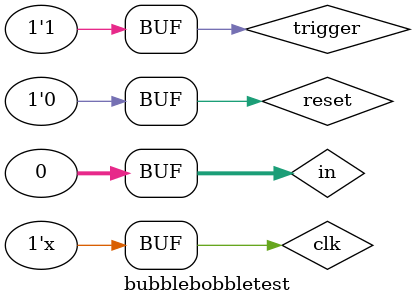
<source format=sv>
`timescale 1ns / 1ps


module bubblebobbletest();
    logic clk, reset, trigger;
    logic [31:0]in;
    logic [31:0]bcd;
    logic idle;
       
    unsigned_to_bcd DUT(
        .clk(clk),
		.reset(reset),
		.trigger(trigger),
		.in(in),
		.idle(idle),
		.bcd(bcd)
    );
    always #5 clk=~clk;
    
    initial begin
    //clock en 0
    // in = 00000000000000001111111111111111
        clk = 0;
        in = 32'habcd;
    
    //reset se activa
        #10
        reset = 1;
    //se activa el trigger
        #10
        reset = 0;
        trigger = 1;
    
    //se activa el reset
        #10
        reset = 1;
    // se revisa salida
        #10
        reset = 0;
    
    //se cambia in a 11111111111111111111111111111111
        #10
        trigger = 0;
        #500
        in = 32'haabb;
    
    // se cambia a 0
        #200
        trigger = 1;
        in = 32'hffff;
        
        #640
        in = 32'h0;
        #640
        in= 32'hffffffff;
        #640
        in = 32'h0;
        
    
    /*
     unsigned_to_bcd DUT(
        .clk(clk),
		.reset(reset),
		.trigger(idle),
		.in(in),
		.idle(idle),
		.bcd(bcd)
    );
    always #5 clk=~clk;
    
    initial begin
    //clock en 0
    // in = 00000000000000001111111111111111
        clk = 0;
        in = 32'habcd;
    
    //reset se activa
        #10
        reset = 1;
    //se activa el trigger
        #10
        reset = 0;
        trigger = 1;
    
    //se activa el reset
        #10
        reset = 1;
    // se revisa salida
        #10
        reset = 0;
    
    //se cambia in a 11111111111111111111111111111111
        #20
        trigger = 0;
        #500
        in = 32'haabb;
    
    // se cambia a 0
        #200
        in = 32'hffff;
        
        #640
        in = 32'h0;
        #640
        in= 32'hffffffff;
        #640
        in = 32'h0;
   */     
    end
endmodule

</source>
